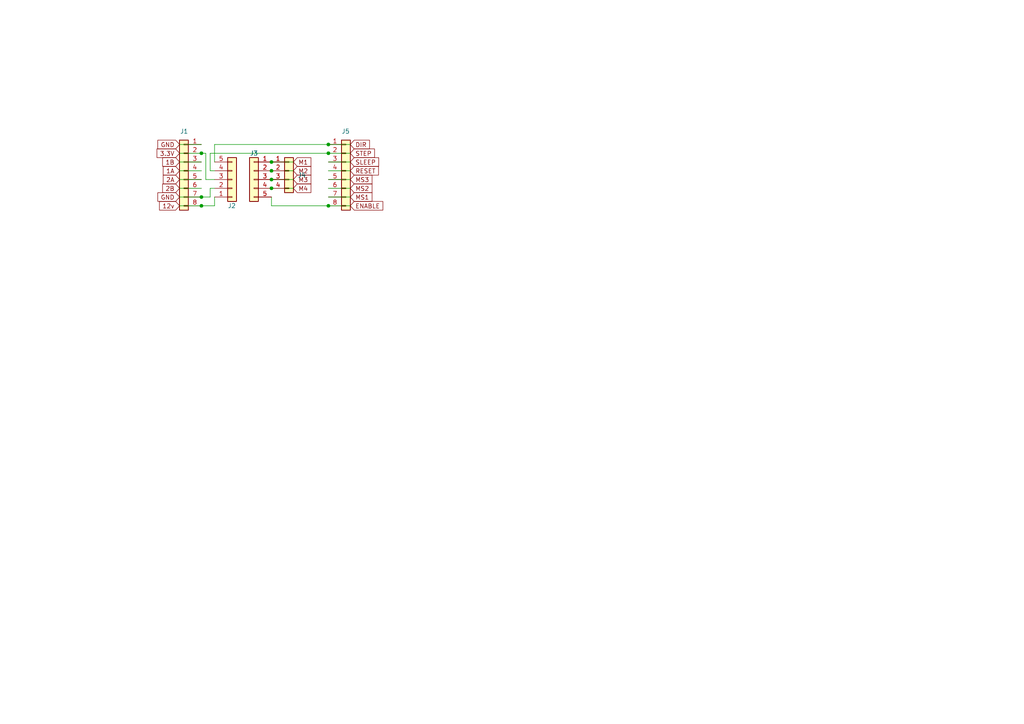
<source format=kicad_sch>
(kicad_sch (version 20211123) (generator eeschema)
  (paper "A4")
  (lib_symbols
    (symbol "Connector_Generic:Conn_01x04" (pin_names (offset 1.016) hide)
      (property "Reference" "J" (at 0 5.08 0))
      (property "Value" "Conn_01x04" (at 0 -7.62 0))
      (symbol "Conn_01x04_1_1"
        (rectangle (start -1.27 -4.953) (end 0 -5.207) (stroke (width 0.1524)))
        (rectangle (start -1.27 -2.413) (end 0 -2.667) (stroke (width 0.1524)))
        (rectangle (start -1.27 0.127) (end 0 -0.127) (stroke (width 0.1524)))
        (rectangle (start -1.27 2.667) (end 0 2.413) (stroke (width 0.1524)))
        (rectangle (start -1.27 3.81) (end 1.27 -6.35) (stroke (width 0.254)) (fill (type background)))
        (pin passive line (at -5.08 2.54 0) (length 3.81) (name "Pin_1") (number "1"))
        (pin passive line (at -5.08 0 0) (length 3.81) (name "Pin_2") (number "2"))
        (pin passive line (at -5.08 -2.54 0) (length 3.81) (name "Pin_3") (number "3"))
        (pin passive line (at -5.08 -5.08 0) (length 3.81) (name "Pin_4") (number "4"))
      )
    )
    (symbol "Connector_Generic:Conn_01x05" (pin_names (offset 1.016) hide)
      (property "Reference" "J" (at 0 7.62 0))
      (property "Value" "Conn_01x05" (at 0 -7.62 0))
      (symbol "Conn_01x05_1_1"
        (rectangle (start -1.27 -4.953) (end 0 -5.207) (stroke (width 0.1524)))
        (rectangle (start -1.27 -2.413) (end 0 -2.667) (stroke (width 0.1524)))
        (rectangle (start -1.27 0.127) (end 0 -0.127) (stroke (width 0.1524)))
        (rectangle (start -1.27 2.667) (end 0 2.413) (stroke (width 0.1524)))
        (rectangle (start -1.27 5.207) (end 0 4.953) (stroke (width 0.1524)))
        (rectangle (start -1.27 6.35) (end 1.27 -6.35) (stroke (width 0.254)) (fill (type background)))
        (pin passive line (at -5.08 5.08 0) (length 3.81) (name "Pin_1") (number "1"))
        (pin passive line (at -5.08 2.54 0) (length 3.81) (name "Pin_2") (number "2"))
        (pin passive line (at -5.08 0 0) (length 3.81) (name "Pin_3") (number "3"))
        (pin passive line (at -5.08 -2.54 0) (length 3.81) (name "Pin_4") (number "4"))
        (pin passive line (at -5.08 -5.08 0) (length 3.81) (name "Pin_5") (number "5"))
      )
    )
    (symbol "Connector_Generic:Conn_01x08" (pin_names (offset 1.016) hide)
      (property "Reference" "J" (at 0 10.16 0))
      (property "Value" "Conn_01x08" (at 0 -12.7 0))
      (symbol "Conn_01x08_1_1"
        (rectangle (start -1.27 -10.033) (end 0 -10.287) (stroke (width 0.1524)))
        (rectangle (start -1.27 -7.493) (end 0 -7.747) (stroke (width 0.1524)))
        (rectangle (start -1.27 -4.953) (end 0 -5.207) (stroke (width 0.1524)))
        (rectangle (start -1.27 -2.413) (end 0 -2.667) (stroke (width 0.1524)))
        (rectangle (start -1.27 0.127) (end 0 -0.127) (stroke (width 0.1524)))
        (rectangle (start -1.27 2.667) (end 0 2.413) (stroke (width 0.1524)))
        (rectangle (start -1.27 5.207) (end 0 4.953) (stroke (width 0.1524)))
        (rectangle (start -1.27 7.747) (end 0 7.493) (stroke (width 0.1524)))
        (rectangle (start -1.27 8.89) (end 1.27 -11.43) (stroke (width 0.254)) (fill (type background)))
        (pin passive line (at -5.08 7.62 0) (length 3.81) (name "Pin_1") (number "1"))
        (pin passive line (at -5.08 5.08 0) (length 3.81) (name "Pin_2") (number "2"))
        (pin passive line (at -5.08 2.54 0) (length 3.81) (name "Pin_3") (number "3"))
        (pin passive line (at -5.08 0 0) (length 3.81) (name "Pin_4") (number "4"))
        (pin passive line (at -5.08 -2.54 0) (length 3.81) (name "Pin_5") (number "5"))
        (pin passive line (at -5.08 -5.08 0) (length 3.81) (name "Pin_6") (number "6"))
        (pin passive line (at -5.08 -7.62 0) (length 3.81) (name "Pin_7") (number "7"))
        (pin passive line (at -5.08 -10.16 0) (length 3.81) (name "Pin_8") (number "8"))
      )
    )
  )
  (junction (at 58.42 44.45))
  (junction (at 95.25 59.69))
  (junction (at 95.25 41.91))
  (junction (at 78.74 52.07))
  (junction (at 58.42 57.15))
  (junction (at 58.42 59.69))
  (junction (at 95.25 44.45))
  (junction (at 78.74 54.61))
  (junction (at 78.74 46.99))
  (junction (at 78.74 49.53))
  (wire (pts (xy 78.74 49.53) (xy 85.09 49.53)))
  (wire (pts (xy 59.69 44.45) (xy 59.69 52.07)))
  (wire (pts (xy 52.07 46.99) (xy 58.42 46.99)))
  (wire (pts (xy 62.23 59.69) (xy 62.23 57.15)))
  (wire (pts (xy 95.25 59.69) (xy 78.74 59.69)))
  (wire (pts (xy 78.74 52.07) (xy 85.09 52.07)))
  (wire (pts (xy 58.42 44.45) (xy 59.69 44.45)))
  (wire (pts (xy 52.07 44.45) (xy 58.42 44.45)))
  (wire (pts (xy 95.25 52.07) (xy 101.6 52.07)))
  (wire (pts (xy 52.07 59.69) (xy 58.42 59.69)))
  (wire (pts (xy 60.96 54.61) (xy 62.23 54.61)))
  (wire (pts (xy 95.25 44.45) (xy 101.6 44.45)))
  (wire (pts (xy 78.74 59.69) (xy 78.74 57.15)))
  (wire (pts (xy 95.25 59.69) (xy 101.6 59.69)))
  (wire (pts (xy 52.07 49.53) (xy 58.42 49.53)))
  (wire (pts (xy 58.42 59.69) (xy 62.23 59.69)))
  (wire (pts (xy 95.25 57.15) (xy 101.6 57.15)))
  (wire (pts (xy 60.96 49.53) (xy 62.23 49.53)))
  (wire (pts (xy 52.07 57.15) (xy 58.42 57.15)))
  (wire (pts (xy 95.25 46.99) (xy 101.6 46.99)))
  (wire (pts (xy 59.69 52.07) (xy 62.23 52.07)))
  (wire (pts (xy 60.96 57.15) (xy 60.96 54.61)))
  (wire (pts (xy 95.25 49.53) (xy 101.6 49.53)))
  (wire (pts (xy 95.25 41.91) (xy 62.23 41.91)))
  (wire (pts (xy 78.74 54.61) (xy 85.09 54.61)))
  (wire (pts (xy 78.74 46.99) (xy 85.09 46.99)))
  (wire (pts (xy 62.23 41.91) (xy 62.23 46.99)))
  (wire (pts (xy 58.42 57.15) (xy 60.96 57.15)))
  (wire (pts (xy 60.96 44.45) (xy 60.96 49.53)))
  (wire (pts (xy 52.07 54.61) (xy 58.42 54.61)))
  (wire (pts (xy 52.07 52.07) (xy 58.42 52.07)))
  (wire (pts (xy 95.25 41.91) (xy 101.6 41.91)))
  (wire (pts (xy 95.25 44.45) (xy 60.96 44.45)))
  (wire (pts (xy 95.25 54.61) (xy 101.6 54.61)))
  (wire (pts (xy 52.07 41.91) (xy 58.42 41.91)))
  (global_label "DIR" (shape input) (at 101.6 41.91 0) (property "Intersheet References" "${INTERSHEET_REFS}" (effects hide)))
  (global_label "1B" (shape input) (at 52.07 46.99 180) (property "Intersheet References" "${INTERSHEET_REFS}" (effects hide)))
  (global_label "ENABLE" (shape input) (at 101.6 59.69 0) (property "Intersheet References" "${INTERSHEET_REFS}" (effects hide)))
  (global_label "GND" (shape input) (at 52.07 57.15 180) (property "Intersheet References" "${INTERSHEET_REFS}" (effects hide)))
  (global_label "MS2" (shape input) (at 101.6 54.61 0) (property "Intersheet References" "${INTERSHEET_REFS}" (effects hide)))
  (global_label "2B" (shape input) (at 52.07 54.61 180) (property "Intersheet References" "${INTERSHEET_REFS}" (effects hide)))
  (global_label "M1" (shape input) (at 85.09 46.99 0) (property "Intersheet References" "${INTERSHEET_REFS}" (effects hide)))
  (global_label "RESET" (shape input) (at 101.6 49.53 0) (property "Intersheet References" "${INTERSHEET_REFS}" (effects hide)))
  (global_label "12v" (shape input) (at 52.07 59.69 180) (property "Intersheet References" "${INTERSHEET_REFS}" (effects hide)))
  (global_label "2A" (shape input) (at 52.07 52.07 180) (property "Intersheet References" "${INTERSHEET_REFS}" (effects hide)))
  (global_label "MS1" (shape input) (at 101.6 57.15 0) (property "Intersheet References" "${INTERSHEET_REFS}" (effects hide)))
  (global_label "SLEEP" (shape input) (at 101.6 46.99 0) (property "Intersheet References" "${INTERSHEET_REFS}" (effects hide)))
  (global_label "M2" (shape input) (at 85.09 49.53 0) (property "Intersheet References" "${INTERSHEET_REFS}" (effects hide)))
  (global_label "M4" (shape input) (at 85.09 54.61 0) (property "Intersheet References" "${INTERSHEET_REFS}" (effects hide)))
  (global_label "MS3" (shape input) (at 101.6 52.07 0) (property "Intersheet References" "${INTERSHEET_REFS}" (effects hide)))
  (global_label "STEP" (shape input) (at 101.6 44.45 0) (property "Intersheet References" "${INTERSHEET_REFS}" (effects hide)))
  (global_label "M3" (shape input) (at 85.09 52.07 0) (property "Intersheet References" "${INTERSHEET_REFS}" (effects hide)))
  (global_label "GND" (shape input) (at 52.07 41.91 180) (property "Intersheet References" "${INTERSHEET_REFS}" (effects hide)))
  (global_label "1A" (shape input) (at 52.07 49.53 180) (property "Intersheet References" "${INTERSHEET_REFS}" (effects hide)))
  (global_label "3.3V" (shape input) (at 52.07 44.45 180) (property "Intersheet References" "${INTERSHEET_REFS}" (effects hide)))
  (symbol (lib_id "Connector_Generic:Conn_01x08") (at 100.33 49.53 0) (unit 1)
    (property "Reference" "J5" (at 99.06 38.1 0) (effects (justify left)))
    (property "Value" "Conn_01x08" (effects hide))
    (property "Footprint" "Connector_PinHeader_2.54mm:PinHeader_1x08_P2.54mm_Vertical" (effects hide))
  )
  (symbol (lib_id "Connector_Generic:Conn_01x05") (at 73.66 52.07 0) (mirror y) (unit 1)
    (property "Reference" "J3" (at 73.66 44.45 0))
    (property "Value" "Conn_01x05" (effects hide))
    (property "Footprint" "Connector_PinHeader_2.54mm:PinHeader_1x05_P2.54mm_Vertical" (effects hide))
  )
  (symbol (lib_id "Connector_Generic:Conn_01x08") (at 53.34 49.53 0) (mirror y) (unit 1)
    (property "Reference" "J1" (at 54.61 38.1 0) (effects (justify left)))
    (property "Value" "Conn_01x08" (effects hide))
    (property "Footprint" "Connector_PinHeader_2.54mm:PinHeader_1x08_P2.54mm_Vertical" (effects hide))
  )
  (symbol (lib_id "Connector_Generic:Conn_01x05") (at 67.31 52.07 0) (mirror x) (unit 1)
    (property "Reference" "J2" (at 66.04 59.69 0) (effects (justify left)))
    (property "Value" "Conn_01x05" (effects hide))
    (property "Footprint" "Connector_PinHeader_2.54mm:PinHeader_1x05_P2.54mm_Vertical" (effects hide))
  )
  (symbol (lib_id "Connector_Generic:Conn_01x04") (at 83.82 49.53 0) (unit 1)
    (property "Reference" "J4" (at 86.36 50.7999 0) (effects (justify left)))
    (property "Value" "Conn_01x04" (effects hide))
    (property "Footprint" "Connector_PinHeader_2.54mm:PinHeader_1x04_P2.54mm_Vertical" (effects hide))
  )
)
</source>
